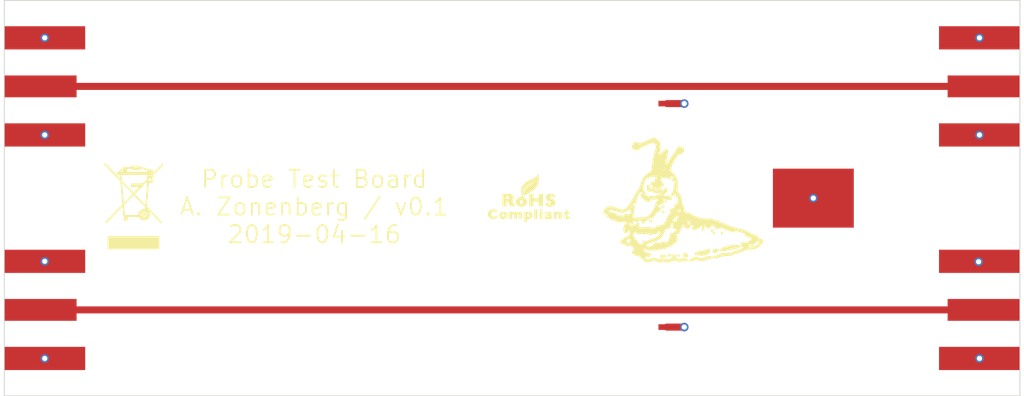
<source format=kicad_pcb>
(kicad_pcb (version 20171130) (host pcbnew "(5.1.0-34-g078320e2f)")
  (layers (0 F.Cu signal) (1 In1.Cu signal) (2 In2.Cu signal) (31 B.Cu signal) (34 B.Paste user) (35 F.Paste user) (36 B.SilkS user) (37 F.SilkS user) (38 B.Mask user) (39 F.Mask user) (44 Edge.Cuts user))
  (net 0 "")
  (net 1 /GND)
  (net 2 /FOO_P)
  (net 3 /FOO_N)
  (module w_logo:Logo_silk_WEEE_3.4x5mm (layer F.Cu) (at 67.5 62)
    (fp_text reference G*** hide)
    (fp_text value LOGO hide)
  )
  (module w_logo:Logo_silk_ROHS_5x2.8mm (layer F.Cu) (at 90.5 61.5)
    (fp_text reference G*** hide)
    (fp_text value LOGO hide)
  )
  (module azonenberg_pcb:LONGTHING-1200DPI (layer F.Cu) (at 100 62)
    (fp_text reference G*** hide)
    (fp_text value LOGO hide)
  )
  (module azonenberg_pcb:TESTPOINT_BARETRACE_328UM (layer F.Cu) (at 98.5 69 90)
    (fp_text reference J7 hide)
    (fp_text value Conn_01x01 hide)
    (pad 1 smd rect (at 0 0 90) (size 0.328 1) (layers F.Cu F.Mask) (net 1 /GND))
  )
  (module azonenberg_pcb:TESTPOINT_BARETRACE_328UM (layer F.Cu) (at 98.5 56 90)
    (fp_text reference J6 hide)
    (fp_text value Conn_01x01 hide)
    (pad 1 smd rect (at 0 0 90) (size 0.328 1) (layers F.Cu F.Mask) (net 1 /GND))
  )
  (module azonenberg_pcb:TESTPOINT_SMT_KEYSTONE_5016 (layer F.Cu) (at 107 61.5)
    (fp_text reference J5 hide)
    (fp_text value Conn_01x01 hide)
    (pad 1 smd rect (at 0 0) (size 4.7 3.43) (layers F.Cu F.Paste F.Mask) (net 1 /GND))
  )
  (module azonenberg_pcb:CONN_SMA_EDGE_SAMTEC_SMA_J_P_H_ST_EM1 (layer F.Cu) (at 119 68 90)
    (fp_text reference J4 hide)
    (fp_text value Conn_Coaxial hide)
    (pad 2 smd rect (at -2.825 -2.35 90) (size 1.35 4.7) (layers F.Cu F.Paste F.Mask) (net 1 /GND))
    (pad 2 smd rect (at 2.825 -2.35 90) (size 1.35 4.7) (layers F.Cu F.Paste F.Mask) (net 1 /GND))
    (pad 1 smd rect (at 0 -2.1 90) (size 1.27 4.2) (layers F.Cu F.Paste F.Mask) (net 3 /FOO_N))
  )
  (module azonenberg_pcb:CONN_SMA_EDGE_SAMTEC_SMA_J_P_H_ST_EM1 (layer F.Cu) (at 119 55 90)
    (fp_text reference J3 hide)
    (fp_text value Conn_Coaxial hide)
    (pad 2 smd rect (at -2.825 -2.35 90) (size 1.35 4.7) (layers F.Cu F.Paste F.Mask) (net 1 /GND))
    (pad 2 smd rect (at 2.825 -2.35 90) (size 1.35 4.7) (layers F.Cu F.Paste F.Mask) (net 1 /GND))
    (pad 1 smd rect (at 0 -2.1 90) (size 1.27 4.2) (layers F.Cu F.Paste F.Mask) (net 2 /FOO_P))
  )
  (module azonenberg_pcb:CONN_SMA_EDGE_SAMTEC_SMA_J_P_H_ST_EM1 (layer F.Cu) (at 60 68 270)
    (fp_text reference J2 hide)
    (fp_text value Conn_Coaxial hide)
    (pad 2 smd rect (at -2.825 -2.35 270) (size 1.35 4.7) (layers F.Cu F.Paste F.Mask) (net 1 /GND))
    (pad 2 smd rect (at 2.825 -2.35 270) (size 1.35 4.7) (layers F.Cu F.Paste F.Mask) (net 1 /GND))
    (pad 1 smd rect (at 0 -2.1 270) (size 1.27 4.2) (layers F.Cu F.Paste F.Mask) (net 3 /FOO_N))
  )
  (module azonenberg_pcb:CONN_SMA_EDGE_SAMTEC_SMA_J_P_H_ST_EM1 (layer F.Cu) (at 60 55 270)
    (fp_text reference J1 hide)
    (fp_text value Conn_Coaxial hide)
    (pad 2 smd rect (at -2.825 -2.35 270) (size 1.35 4.7) (layers F.Cu F.Paste F.Mask) (net 1 /GND))
    (pad 2 smd rect (at 2.825 -2.35 270) (size 1.35 4.7) (layers F.Cu F.Paste F.Mask) (net 1 /GND))
    (pad 1 smd rect (at 0 -2.1 270) (size 1.27 4.2) (layers F.Cu F.Paste F.Mask) (net 2 /FOO_P))
  )
  (gr_text "Probe Test Board\nA. Zonenberg / v0.1\n2019-04-16" (at 78 62) (layer F.SilkS) (effects (font (size 1 1) (thickness 0.1))))
  (gr_line (start 119 50) (end 60 50) (layer Edge.Cuts) (width 0.05))
  (gr_line (start 119 73) (end 119 50) (layer Edge.Cuts) (width 0.05))
  (gr_line (start 60 73) (end 119 73) (layer Edge.Cuts) (width 0.05))
  (gr_line (start 60 50) (end 60 73) (layer Edge.Cuts) (width 0.05))
  (via (at 116.6 65.2) (size 0.5) (drill 0.3) (layers F.Cu B.Cu) (net 1))
  (segment (start 116.625 65.175) (end 116.6 65.2) (width 0.41) (layer F.Cu) (net 1))
  (segment (start 116.65 65.175) (end 116.625 65.175) (width 0.41) (layer F.Cu) (net 1))
  (via (at 116.65 70.825) (size 0.5) (drill 0.3) (layers F.Cu B.Cu) (net 1))
  (via (at 116.65 57.825) (size 0.5) (drill 0.3) (layers F.Cu B.Cu) (net 1))
  (via (at 116.65 52.175) (size 0.5) (drill 0.3) (layers F.Cu B.Cu) (net 1))
  (via (at 62.35 52.175) (size 0.5) (drill 0.3) (layers F.Cu B.Cu) (net 1))
  (via (at 62.35 57.825) (size 0.5) (drill 0.3) (layers F.Cu B.Cu) (net 1))
  (via (at 62.35 65.175) (size 0.5) (drill 0.3) (layers F.Cu B.Cu) (net 1))
  (via (at 62.35 70.825) (size 0.5) (drill 0.3) (layers F.Cu B.Cu) (net 1))
  (via (at 107 61.5) (size 0.5) (drill 0.3) (layers F.Cu B.Cu) (net 1))
  (via (at 99.5 56) (size 0.5) (drill 0.3) (layers F.Cu B.Cu) (net 1))
  (segment (start 98.5 56) (end 99.5 56) (width 0.41) (layer F.Cu) (net 1))
  (via (at 99.5 69) (size 0.5) (drill 0.3) (layers F.Cu B.Cu) (net 1))
  (segment (start 98.5 69) (end 99.5 69) (width 0.41) (layer F.Cu) (net 1))
  (segment (start 62.1 55) (end 116.9 55) (width 0.41) (layer F.Cu) (net 2))
  (segment (start 62.1 68) (end 116.9 68) (width 0.41) (layer F.Cu) (net 3))
)
</source>
